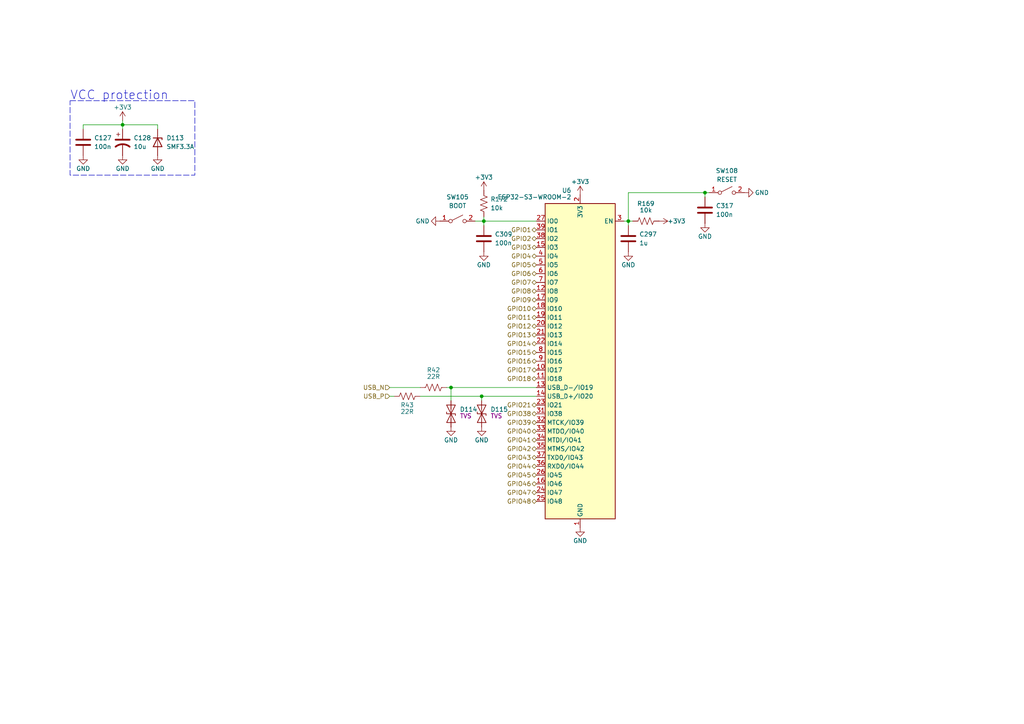
<source format=kicad_sch>
(kicad_sch (version 20250114) (generator "eeschema") (generator_version "9.0")
  (paper "A4")
  (lib_symbols
    (symbol "Device:C" (pin_numbers (hide yes)) (pin_names (offset 0.254))
      (property "Reference" "C" (at 0.635 2.54 0))
      (property "Value" "C" (at 0.635 -2.54 0))
      (symbol "C_0_1"
        (polyline (pts (xy -2.032 0.762) (xy 2.032 0.762)) (stroke (width 0.508)))
        (polyline (pts (xy -2.032 -0.762) (xy 2.032 -0.762)) (stroke (width 0.508)))
      )
      (symbol "C_1_1"
        (pin passive line (at 0 3.81 270) (length 2.794) (name "~") (number "1"))
        (pin passive line (at 0 -3.81 90) (length 2.794) (name "~") (number "2"))
      )
    )
    (symbol "Device:C_Polarized_US" (pin_numbers (hide yes)) (pin_names (offset 0.254) (hide yes))
      (property "Reference" "C" (at 0.635 2.54 0))
      (property "Value" "C_Polarized_US" (at 0.635 -2.54 0))
      (symbol "C_Polarized_US_0_1"
        (polyline (pts (xy -2.032 0.762) (xy 2.032 0.762)) (stroke (width 0.508)))
        (polyline (pts (xy -1.778 2.286) (xy -0.762 2.286)))
        (polyline (pts (xy -1.27 1.778) (xy -1.27 2.794)))
        (arc (start -2.032 -1.27) (mid 0 -0.5572) (end 2.032 -1.27) (stroke (width 0.508)))
      )
      (symbol "C_Polarized_US_1_1"
        (pin passive line (at 0 3.81 270) (length 2.794) (name "~") (number "1"))
        (pin passive line (at 0 -3.81 90) (length 3.302) (name "~") (number "2"))
      )
    )
    (symbol "Device:D_Zener" (pin_numbers (hide yes)) (pin_names (offset 1.016) (hide yes))
      (property "Reference" "D" (at 0 2.54 0))
      (property "Value" "D_Zener" (at 0 -2.54 0))
      (symbol "D_Zener_0_1"
        (polyline (pts (xy -1.27 -1.27) (xy -1.27 1.27) (xy -0.762 1.27)) (stroke (width 0.254)))
        (polyline (pts (xy 1.27 0) (xy -1.27 0)))
        (polyline (pts (xy 1.27 -1.27) (xy 1.27 1.27) (xy -1.27 0) (xy 1.27 -1.27)) (stroke (width 0.254)))
      )
      (symbol "D_Zener_1_1"
        (pin passive line (at -3.81 0 0) (length 2.54) (name "K") (number "1"))
        (pin passive line (at 3.81 0 180) (length 2.54) (name "A") (number "2"))
      )
    )
    (symbol "Device:R_US" (pin_numbers (hide yes)) (pin_names (offset 0))
      (property "Reference" "R" (at 2.54 0 90))
      (property "Value" "R_US" (at -2.54 0 90))
      (symbol "R_US_0_1"
        (polyline (pts (xy 0 2.286) (xy 0 2.54)))
        (polyline (pts (xy 0 2.286) (xy 1.016 1.905) (xy 0 1.524) (xy -1.016 1.143) (xy 0 0.762)))
        (polyline (pts (xy 0 0.762) (xy 1.016 0.381) (xy 0 0) (xy -1.016 -0.381) (xy 0 -0.762)))
        (polyline (pts (xy 0 -0.762) (xy 1.016 -1.143) (xy 0 -1.524) (xy -1.016 -1.905) (xy 0 -2.286)))
        (polyline (pts (xy 0 -2.286) (xy 0 -2.54)))
      )
      (symbol "R_US_1_1"
        (pin passive line (at 0 3.81 270) (length 1.27) (name "~") (number "1"))
        (pin passive line (at 0 -3.81 90) (length 1.27) (name "~") (number "2"))
      )
    )
    (symbol "Diode:SMAJ5.0CA" (pin_numbers (hide yes)) (pin_names (offset 1.016) (hide yes))
      (property "Reference" "D" (at 0 2.54 0))
      (property "Value" "SMAJ5.0CA" (at 0 -2.54 0))
      (symbol "SMAJ5.0CA_0_1"
        (polyline (pts (xy -2.54 -1.27) (xy 0 0) (xy -2.54 1.27) (xy -2.54 -1.27)) (stroke (width 0.2032)))
        (polyline (pts (xy 0.508 1.27) (xy 0 1.27) (xy 0 -1.27) (xy -0.508 -1.27)) (stroke (width 0.2032)))
        (polyline (pts (xy 1.27 0) (xy -1.27 0)))
        (polyline (pts (xy 2.54 1.27) (xy 2.54 -1.27) (xy 0 0) (xy 2.54 1.27)) (stroke (width 0.2032)))
      )
      (symbol "SMAJ5.0CA_1_1"
        (pin passive line (at -3.81 0 0) (length 2.54) (name "A1") (number "1"))
        (pin passive line (at 3.81 0 180) (length 2.54) (name "A2") (number "2"))
      )
    )
    (symbol "RF_Module:ESP32-S3-WROOM-2"
      (property "Reference" "U" (at -10.16 45.72 0))
      (property "Value" "ESP32-S3-WROOM-2" (at 2.54 45.72 0))
      (symbol "ESP32-S3-WROOM-2_0_1"
        (rectangle (start -10.16 45.72) (end 10.16 -45.72) (stroke (width 0.254)) (fill (type background)))
      )
      (symbol "ESP32-S3-WROOM-2_1_1"
        (pin input line (at -12.7 40.64 0) (length 2.54) (name "EN") (number "3"))
        (pin no_connect line (at -10.16 -35.56 0) (length 2.54) (hide yes) (name "NC") (number "28"))
        (pin no_connect line (at -10.16 -38.1 0) (length 2.54) (hide yes) (name "NC") (number "29"))
        (pin no_connect line (at -10.16 -40.64 0) (length 2.54) (hide yes) (name "NC") (number "30"))
        (pin power_in line (at 0 48.26 270) (length 2.54) (name "3V3") (number "2"))
        (pin power_in line (at 0 -48.26 90) (length 2.54) (name "GND") (number "1"))
        (pin passive line (at 0 -48.26 90) (length 2.54) (hide yes) (name "GND") (number "40"))
        (pin passive line (at 0 -48.26 90) (length 2.54) (hide yes) (name "GND") (number "41"))
        (pin bidirectional line (at 12.7 40.64 180) (length 2.54) (name "IO0") (number "27"))
        (pin bidirectional line (at 12.7 38.1 180) (length 2.54) (name "IO1") (number "39"))
        (pin bidirectional line (at 12.7 35.56 180) (length 2.54) (name "IO2") (number "38"))
        (pin bidirectional line (at 12.7 33.02 180) (length 2.54) (name "IO3") (number "15"))
        (pin bidirectional line (at 12.7 30.48 180) (length 2.54) (name "IO4") (number "4"))
        (pin bidirectional line (at 12.7 27.94 180) (length 2.54) (name "IO5") (number "5"))
        (pin bidirectional line (at 12.7 25.4 180) (length 2.54) (name "IO6") (number "6"))
        (pin bidirectional line (at 12.7 22.86 180) (length 2.54) (name "IO7") (number "7"))
        (pin bidirectional line (at 12.7 20.32 180) (length 2.54) (name "IO8") (number "12"))
        (pin bidirectional line (at 12.7 17.78 180) (length 2.54) (name "IO9") (number "17"))
        (pin bidirectional line (at 12.7 15.24 180) (length 2.54) (name "IO10") (number "18"))
        (pin bidirectional line (at 12.7 12.7 180) (length 2.54) (name "IO11") (number "19"))
        (pin bidirectional line (at 12.7 10.16 180) (length 2.54) (name "IO12") (number "20"))
        (pin bidirectional line (at 12.7 7.62 180) (length 2.54) (name "IO13") (number "21"))
        (pin bidirectional line (at 12.7 5.08 180) (length 2.54) (name "IO14") (number "22"))
        (pin bidirectional line (at 12.7 2.54 180) (length 2.54) (name "IO15") (number "8"))
        (pin bidirectional line (at 12.7 0 180) (length 2.54) (name "IO16") (number "9"))
        (pin bidirectional line (at 12.7 -2.54 180) (length 2.54) (name "IO17") (number "10"))
        (pin bidirectional line (at 12.7 -5.08 180) (length 2.54) (name "IO18") (number "11"))
        (pin bidirectional line (at 12.7 -7.62 180) (length 2.54) (name "USB_D-/IO19") (number "13"))
        (pin bidirectional line (at 12.7 -10.16 180) (length 2.54) (name "USB_D+/IO20") (number "14"))
        (pin bidirectional line (at 12.7 -12.7 180) (length 2.54) (name "IO21") (number "23"))
        (pin bidirectional line (at 12.7 -15.24 180) (length 2.54) (name "IO38") (number "31"))
        (pin bidirectional line (at 12.7 -17.78 180) (length 2.54) (name "MTCK/IO39") (number "32"))
        (pin bidirectional line (at 12.7 -20.32 180) (length 2.54) (name "MTDO/IO40") (number "33"))
        (pin bidirectional line (at 12.7 -22.86 180) (length 2.54) (name "MTDI/IO41") (number "34"))
        (pin bidirectional line (at 12.7 -25.4 180) (length 2.54) (name "MTMS/IO42") (number "35"))
        (pin bidirectional line (at 12.7 -27.94 180) (length 2.54) (name "TXD0/IO43") (number "37"))
        (pin bidirectional line (at 12.7 -30.48 180) (length 2.54) (name "RXD0/IO44") (number "36"))
        (pin bidirectional line (at 12.7 -33.02 180) (length 2.54) (name "IO45") (number "26"))
        (pin bidirectional line (at 12.7 -35.56 180) (length 2.54) (name "IO46") (number "16"))
        (pin bidirectional line (at 12.7 -38.1 180) (length 2.54) (name "IO47") (number "24"))
        (pin bidirectional line (at 12.7 -40.64 180) (length 2.54) (name "IO48") (number "25"))
      )
    )
    (symbol "Switch:SW_SPST" (pin_names (offset 0) (hide yes))
      (property "Reference" "SW" (at 0 3.175 0))
      (property "Value" "SW_SPST" (at 0 -2.54 0))
      (symbol "SW_SPST_0_0"
        (circle (center -2.032 0) (radius 0.508))
        (polyline (pts (xy -1.524 0.254) (xy 1.524 1.778)))
        (circle (center 2.032 0) (radius 0.508))
      )
      (symbol "SW_SPST_1_1"
        (pin passive line (at -5.08 0 0) (length 2.54) (name "A") (number "1"))
        (pin passive line (at 5.08 0 180) (length 2.54) (name "B") (number "2"))
      )
    )
    (symbol "power:+3V3" (power) (pin_numbers (hide yes)) (pin_names (offset 0) (hide yes))
      (property "Value" "+3V3" (at 0 3.556 0))
      (symbol "+3V3_0_1"
        (polyline (pts (xy -0.762 1.27) (xy 0 2.54)))
        (polyline (pts (xy 0 2.54) (xy 0.762 1.27)))
        (polyline (pts (xy 0 0) (xy 0 2.54)))
      )
      (symbol "+3V3_1_1"
        (pin power_in line (at 0 0 90) (length 0) (name "~") (number "1"))
      )
    )
    (symbol "power:GND" (power) (pin_numbers (hide yes)) (pin_names (offset 0) (hide yes))
      (property "Value" "GND" (at 0 -3.81 0))
      (symbol "GND_0_1"
        (polyline (pts (xy 0 0) (xy 0 -1.27) (xy 1.27 -1.27) (xy 0 -2.54) (xy -1.27 -1.27) (xy 0 -1.27)))
      )
      (symbol "GND_1_1"
        (pin power_in line (at 0 0 270) (length 0) (name "~") (number "1"))
      )
    )
  )
  (rectangle (start 20.32 29.21) (end 56.515 50.8) (stroke (width 0) (type dash)))
  (text "VCC protection" (at 20.32 29.21 0) (effects (font (size 2.54 2.54)) (justify left bottom)))
  (junction (at 140.335 64.135))
  (junction (at 35.56 36.195))
  (junction (at 182.245 64.135))
  (junction (at 204.47 55.88))
  (junction (at 130.81 112.395))
  (junction (at 139.7 114.935))
  (wire (pts (xy 137.795 64.135) (xy 140.335 64.135)))
  (wire (pts (xy 140.335 62.865) (xy 140.335 64.135)))
  (wire (pts (xy 113.03 114.935) (xy 114.3 114.935)))
  (wire (pts (xy 130.81 112.395) (xy 130.81 116.205)))
  (wire (pts (xy 35.56 34.925) (xy 35.56 36.195)))
  (wire (pts (xy 204.47 55.88) (xy 204.47 57.15)))
  (wire (pts (xy 182.245 64.135) (xy 182.245 65.405)))
  (wire (pts (xy 35.56 36.195) (xy 35.56 37.465)))
  (wire (pts (xy 121.92 114.935) (xy 139.7 114.935)))
  (wire (pts (xy 113.03 112.395) (xy 121.92 112.395)))
  (wire (pts (xy 130.81 112.395) (xy 129.54 112.395)))
  (wire (pts (xy 24.13 36.195) (xy 35.56 36.195)))
  (wire (pts (xy 182.245 55.88) (xy 182.245 64.135)))
  (wire (pts (xy 45.72 37.465) (xy 45.72 36.195)))
  (wire (pts (xy 183.515 64.135) (xy 182.245 64.135)))
  (wire (pts (xy 140.335 64.135) (xy 155.575 64.135)))
  (wire (pts (xy 155.575 112.395) (xy 130.81 112.395)))
  (wire (pts (xy 24.13 36.195) (xy 24.13 37.465)))
  (wire (pts (xy 205.74 55.88) (xy 204.47 55.88)))
  (wire (pts (xy 140.335 64.135) (xy 140.335 65.405)))
  (wire (pts (xy 139.7 114.935) (xy 139.7 116.205)))
  (wire (pts (xy 204.47 55.88) (xy 182.245 55.88)))
  (wire (pts (xy 182.245 64.135) (xy 180.975 64.135)))
  (wire (pts (xy 35.56 36.195) (xy 45.72 36.195)))
  (wire (pts (xy 139.7 114.935) (xy 155.575 114.935)))
  (hierarchical_label "GPIO42" (shape bidirectional) (at 155.575 130.175 180))
  (hierarchical_label "GPIO3" (shape bidirectional) (at 155.575 71.755 180))
  (hierarchical_label "GPIO43" (shape bidirectional) (at 155.575 132.715 180))
  (hierarchical_label "GPIO44" (shape bidirectional) (at 155.575 135.255 180))
  (hierarchical_label "GPIO48" (shape bidirectional) (at 155.575 145.415 180))
  (hierarchical_label "GPIO5" (shape bidirectional) (at 155.575 76.835 180))
  (hierarchical_label "GPIO6" (shape bidirectional) (at 155.575 79.375 180))
  (hierarchical_label "GPIO45" (shape bidirectional) (at 155.575 137.795 180))
  (hierarchical_label "GPIO8" (shape bidirectional) (at 155.575 84.455 180))
  (hierarchical_label "USB_P" (shape input) (at 113.03 114.935 180))
  (hierarchical_label "GPIO9" (shape bidirectional) (at 155.575 86.995 180))
  (hierarchical_label "GPIO11" (shape bidirectional) (at 155.575 92.075 180))
  (hierarchical_label "GPIO14" (shape bidirectional) (at 155.575 99.695 180))
  (hierarchical_label "GPIO15" (shape bidirectional) (at 155.575 102.235 180))
  (hierarchical_label "GPIO2" (shape bidirectional) (at 155.575 69.215 180))
  (hierarchical_label "GPIO18" (shape bidirectional) (at 155.575 109.855 180))
  (hierarchical_label "GPIO10" (shape bidirectional) (at 155.575 89.535 180))
  (hierarchical_label "GPIO17" (shape bidirectional) (at 155.575 107.315 180))
  (hierarchical_label "GPIO13" (shape bidirectional) (at 155.575 97.155 180))
  (hierarchical_label "GPIO7" (shape bidirectional) (at 155.575 81.915 180))
  (hierarchical_label "USB_N" (shape input) (at 113.03 112.395 180))
  (hierarchical_label "GPIO12" (shape bidirectional) (at 155.575 94.615 180))
  (hierarchical_label "GPIO4" (shape bidirectional) (at 155.575 74.295 180))
  (hierarchical_label "GPIO47" (shape bidirectional) (at 155.575 142.875 180))
  (hierarchical_label "GPIO46" (shape bidirectional) (at 155.575 140.335 180))
  (hierarchical_label "GPIO41" (shape bidirectional) (at 155.575 127.635 180))
  (hierarchical_label "GPIO40" (shape bidirectional) (at 155.575 125.095 180))
  (hierarchical_label "GPIO38" (shape bidirectional) (at 155.575 120.015 180))
  (hierarchical_label "GPIO39" (shape bidirectional) (at 155.575 122.555 180))
  (hierarchical_label "GPIO1" (shape bidirectional) (at 155.575 66.675 180))
  (hierarchical_label "GPIO21" (shape bidirectional) (at 155.575 117.475 180))
  (hierarchical_label "GPIO16" (shape bidirectional) (at 155.575 104.775 180))
  (symbol (lib_id "power:GND") (at 24.13 45.085 0) (unit 1)
    (property "Reference" "#PWR0385" (effects (hide yes)))
    (property "Value" "GND" (at 24.13 48.895 0))
    (property "Description" "Power symbol creates a global label with name \"GND\" , ground" (effects (hide yes)))
    (instances (project "Schematics and PCB" (path "" (reference "#PWR0385") (unit 1)) (path "" (reference "#PWR0511") (unit 1)) (path "" (reference "#PWR0394") (unit 1))))
  )
  (symbol (lib_id "power:GND") (at 182.245 73.025 0) (unit 1)
    (property "Reference" "#PWR0735" (effects (hide yes)))
    (property "Value" "GND" (at 182.245 76.835 0))
    (instances (project "Schematics and PCB" (path "" (reference "#PWR0735") (unit 1)) (path "" (reference "#PWR0737") (unit 1)) (path "" (reference "#PWR0736") (unit 1))))
  )
  (symbol (lib_id "Device:R_US") (at 118.11 114.935 270) (unit 1)
    (property "Reference" "R43" (at 118.11 117.475 90))
    (property "Value" "22R" (at 118.11 119.38 90))
    (property "Footprint" "Resistor_SMD:R_0603_1608Metric" (effects (hide yes)))
    (property "Description" "Resistor, US symbol" (effects (hide yes)))
    (instances (project "Schematics and PCB" (path "" (reference "R43") (unit 1)) (path "" (reference "R86") (unit 1)) (path "" (reference "R45") (unit 1))))
  )
  (symbol (lib_id "Device:C") (at 204.47 60.96 0) (unit 1)
    (property "Reference" "C317" (at 207.645 59.69 0) (effects (justify left)))
    (property "Value" "100n" (at 207.645 62.23 0) (effects (justify left)))
    (property "Footprint" "Capacitor_SMD:C_0603_1608Metric" (effects (hide yes)))
    (property "Description" "Unpolarized capacitor" (effects (hide yes)))
    (instances (project "Schematics and PCB" (path "" (reference "C317") (unit 1)) (path "" (reference "C323") (unit 1)) (path "" (reference "C321") (unit 1))))
  )
  (symbol (lib_id "power:GND") (at 168.275 153.035 0) (mirror y) (unit 1)
    (property "Reference" "#PWR0392" (effects (hide yes)))
    (property "Value" "GND" (at 168.275 156.845 0))
    (property "Description" "Power symbol creates a global label with name \"GND\" , ground" (effects (hide yes)))
    (instances (project "Schematics and PCB" (path "" (reference "#PWR0392") (unit 1)) (path "" (reference "#PWR0518") (unit 1)) (path "" (reference "#PWR0401") (unit 1))))
  )
  (symbol (lib_id "Diode:SMAJ5.0CA") (at 130.81 120.015 90) (unit 1)
    (property "Reference" "D114" (at 133.35 118.745 90) (effects (justify right)))
    (property "Value" "LESD5D5.0CT1G" (effects (hide yes)))
    (property "Footprint" "Diode_SMD:D_SOD-523" (effects (hide yes)))
    (property "Description" "TVS" (at 133.35 120.65 90) (effects (justify right)))
    (instances (project "Schematics and PCB" (path "" (reference "D114") (unit 1)) (path "" (reference "D129") (unit 1)) (path "" (reference "D117") (unit 1))))
  )
  (symbol (lib_id "Device:R_US") (at 140.335 59.055 180) (unit 1)
    (property "Reference" "R172" (at 142.24 57.785 0) (effects (justify right)))
    (property "Value" "10k" (at 142.24 60.325 0) (effects (justify right)))
    (property "Footprint" "Resistor_SMD:R_0603_1608Metric" (effects (hide yes)))
    (property "Description" "Resistor, US symbol" (effects (hide yes)))
    (instances (project "Schematics and PCB" (path "" (reference "R172") (unit 1)) (path "" (reference "R174") (unit 1)) (path "" (reference "R173") (unit 1))))
  )
  (symbol (lib_id "power:GND") (at 127.635 64.135 270) (unit 1)
    (property "Reference" "#PWR0766" (effects (hide yes)))
    (property "Value" "GND" (at 122.555 64.135 90))
    (instances (project "Schematics and PCB" (path "" (reference "#PWR0766") (unit 1)) (path "" (reference "#PWR0780") (unit 1)) (path "" (reference "#PWR0773") (unit 1))))
  )
  (symbol (lib_id "power:+3V3") (at 35.56 34.925 0) (unit 1)
    (property "Reference" "#PWR0384" (effects (hide yes)))
    (property "Value" "+3V3" (at 35.56 31.115 0))
    (property "Description" "Power symbol creates a global label with name \"+3V3\"" (effects (hide yes)))
    (instances (project "Schematics and PCB" (path "" (reference "#PWR0384") (unit 1)) (path "" (reference "#PWR0510") (unit 1)) (path "" (reference "#PWR0393") (unit 1))))
  )
  (symbol (lib_id "Device:R_US") (at 125.73 112.395 90) (unit 1)
    (property "Reference" "R42" (at 125.73 107.315 90))
    (property "Value" "22R" (at 125.73 109.22 90))
    (property "Footprint" "Resistor_SMD:R_0603_1608Metric" (effects (hide yes)))
    (property "Description" "Resistor, US symbol" (effects (hide yes)))
    (instances (project "Schematics and PCB" (path "" (reference "R42") (unit 1)) (path "" (reference "R85") (unit 1)) (path "" (reference "R44") (unit 1))))
  )
  (symbol (lib_id "power:GND") (at 215.9 55.88 90) (unit 1)
    (property "Reference" "#PWR0792" (effects (hide yes)))
    (property "Value" "GND" (at 220.98 55.88 90))
    (instances (project "Schematics and PCB" (path "" (reference "#PWR0792") (unit 1)) (path "" (reference "#PWR0794") (unit 1)) (path "" (reference "#PWR0793") (unit 1))))
  )
  (symbol (lib_id "power:GND") (at 204.47 64.77 0) (unit 1)
    (property "Reference" "#PWR0795" (effects (hide yes)))
    (property "Value" "GND" (at 204.47 68.58 0))
    (instances (project "Schematics and PCB" (path "" (reference "#PWR0795") (unit 1)) (path "" (reference "#PWR0797") (unit 1)) (path "" (reference "#PWR0796") (unit 1))))
  )
  (symbol (lib_id "power:GND") (at 45.72 45.085 0) (unit 1)
    (property "Reference" "#PWR0387" (effects (hide yes)))
    (property "Value" "GND" (at 45.72 48.895 0))
    (property "Description" "Power symbol creates a global label with name \"GND\" , ground" (effects (hide yes)))
    (instances (project "Schematics and PCB" (path "" (reference "#PWR0387") (unit 1)) (path "" (reference "#PWR0513") (unit 1)) (path "" (reference "#PWR0396") (unit 1))))
  )
  (symbol (lib_id "Device:C") (at 140.335 69.215 0) (unit 1)
    (property "Reference" "C309" (at 143.51 67.945 0) (effects (justify left)))
    (property "Value" "100n" (at 143.51 70.485 0) (effects (justify left)))
    (property "Footprint" "Capacitor_SMD:C_0603_1608Metric" (effects (hide yes)))
    (property "Description" "Unpolarized capacitor" (effects (hide yes)))
    (instances (project "Schematics and PCB" (path "" (reference "C309") (unit 1)) (path "" (reference "C315") (unit 1)) (path "" (reference "C311") (unit 1))))
  )
  (symbol (lib_id "Device:C") (at 24.13 41.275 0) (unit 1)
    (property "Reference" "C127" (at 27.305 40.005 0) (effects (justify left)))
    (property "Value" "100n" (at 27.305 42.545 0) (effects (justify left)))
    (property "Footprint" "Capacitor_SMD:C_0603_1608Metric" (effects (hide yes)))
    (property "Description" "Unpolarized capacitor" (effects (hide yes)))
    (instances (project "Schematics and PCB" (path "" (reference "C127") (unit 1)) (path "" (reference "C185") (unit 1)) (path "" (reference "C129") (unit 1))))
  )
  (symbol (lib_id "Switch:SW_SPST") (at 132.715 64.135 0) (unit 1)
    (property "Reference" "SW105" (at 132.715 57.15 0))
    (property "Value" "BOOT" (at 132.715 59.69 0))
    (property "Footprint" "ESC-TFG-KiCad:SPDT" (effects (hide yes)))
    (property "Description" "Single Pole Single Throw (SPST) switch" (effects (hide yes)))
    (instances (project "" (path "" (reference "SW105") (unit 1)) (path "" (reference "SW107") (unit 1)) (path "" (reference "SW106") (unit 1))))
  )
  (symbol (lib_id "power:+3V3") (at 168.275 56.515 0) (mirror y) (unit 1)
    (property "Reference" "#PWR0388" (effects (hide yes)))
    (property "Value" "+3V3" (at 168.275 52.705 0))
    (property "Description" "Power symbol creates a global label with name \"+3V3\"" (effects (hide yes)))
    (instances (project "Schematics and PCB" (path "" (reference "#PWR0388") (unit 1)) (path "" (reference "#PWR0514") (unit 1)) (path "" (reference "#PWR0397") (unit 1))))
  )
  (symbol (lib_id "Device:C") (at 182.245 69.215 0) (unit 1)
    (property "Reference" "C297" (at 185.42 67.945 0) (effects (justify left)))
    (property "Value" "1u" (at 185.42 70.485 0) (effects (justify left)))
    (property "Footprint" "Capacitor_SMD:C_0603_1608Metric" (effects (hide yes)))
    (property "Description" "Unpolarized capacitor" (effects (hide yes)))
    (instances (project "Schematics and PCB" (path "" (reference "C297") (unit 1)) (path "" (reference "C299") (unit 1)) (path "" (reference "C298") (unit 1))))
  )
  (symbol (lib_id "Device:R_US") (at 187.325 64.135 90) (unit 1)
    (property "Reference" "R169" (at 187.325 59.055 90))
    (property "Value" "10k" (at 187.325 60.96 90))
    (property "Footprint" "Resistor_SMD:R_0603_1608Metric" (effects (hide yes)))
    (property "Description" "Resistor, US symbol" (effects (hide yes)))
    (instances (project "Schematics and PCB" (path "" (reference "R169") (unit 1)) (path "" (reference "R171") (unit 1)) (path "" (reference "R170") (unit 1))))
  )
  (symbol (lib_id "Switch:SW_SPST") (at 210.82 55.88 0) (unit 1)
    (property "Reference" "SW108" (at 210.82 49.53 0))
    (property "Value" "RESET" (at 210.82 52.07 0))
    (property "Footprint" "ESC-TFG-KiCad:SPDT" (effects (hide yes)))
    (property "Description" "Single Pole Single Throw (SPST) switch" (effects (hide yes)))
    (instances (project "Schematics and PCB" (path "" (reference "SW108") (unit 1)) (path "" (reference "SW110") (unit 1)) (path "" (reference "SW109") (unit 1))))
  )
  (symbol (lib_id "Device:D_Zener") (at 45.72 41.275 270) (unit 1)
    (property "Reference" "D113" (at 48.26 40.005 90) (effects (justify left)))
    (property "Value" "SMF3.3A" (at 48.26 42.545 90) (effects (justify left)))
    (property "Footprint" "Diode_SMD:D_SMA" (effects (hide yes)))
    (property "Description" "Zener diode" (effects (hide yes)))
    (instances (project "Schematics and PCB" (path "" (reference "D113") (unit 1)) (path "" (reference "D128") (unit 1)) (path "" (reference "D116") (unit 1))))
  )
  (symbol (lib_id "Diode:SMAJ5.0CA") (at 139.7 120.015 90) (unit 1)
    (property "Reference" "D115" (at 142.24 118.745 90) (effects (justify right)))
    (property "Value" "LESD5D5.0CT1G" (effects (hide yes)))
    (property "Footprint" "Diode_SMD:D_SOD-523" (effects (hide yes)))
    (property "Description" "TVS" (at 142.24 120.65 90) (effects (justify right)))
    (instances (project "Schematics and PCB" (path "" (reference "D115") (unit 1)) (path "" (reference "D130") (unit 1)) (path "" (reference "D118") (unit 1))))
  )
  (symbol (lib_id "power:+3V3") (at 191.135 64.135 270) (mirror x) (unit 1)
    (property "Reference" "#PWR0389" (effects (hide yes)))
    (property "Value" "+3V3" (at 196.215 64.135 90))
    (property "Description" "Power symbol creates a global label with name \"+3V3\"" (effects (hide yes)))
    (instances (project "Schematics and PCB" (path "" (reference "#PWR0389") (unit 1)) (path "" (reference "#PWR0515") (unit 1)) (path "" (reference "#PWR0398") (unit 1))))
  )
  (symbol (lib_id "power:GND") (at 130.81 123.825 0) (unit 1)
    (property "Reference" "#PWR0390" (effects (hide yes)))
    (property "Value" "GND" (at 130.81 127.635 0))
    (instances (project "Schematics and PCB" (path "" (reference "#PWR0390") (unit 1)) (path "" (reference "#PWR0516") (unit 1)) (path "" (reference "#PWR0399") (unit 1))))
  )
  (symbol (lib_id "power:GND") (at 35.56 45.085 0) (unit 1)
    (property "Reference" "#PWR0386" (effects (hide yes)))
    (property "Value" "GND" (at 35.56 48.895 0))
    (property "Description" "Power symbol creates a global label with name \"GND\" , ground" (effects (hide yes)))
    (instances (project "Schematics and PCB" (path "" (reference "#PWR0386") (unit 1)) (path "" (reference "#PWR0512") (unit 1)) (path "" (reference "#PWR0395") (unit 1))))
  )
  (symbol (lib_id "Device:C_Polarized_US") (at 35.56 41.275 0) (unit 1)
    (property "Reference" "C128" (at 38.735 40.005 0) (effects (justify left)))
    (property "Value" "10u" (at 38.735 42.545 0) (effects (justify left)))
    (property "Footprint" "Capacitor_SMD:C_Elec_4x5.4" (effects (hide yes)))
    (property "Description" "Polarized capacitor, US symbol" (effects (hide yes)))
    (instances (project "Schematics and PCB" (path "" (reference "C128") (unit 1)) (path "" (reference "C186") (unit 1)) (path "" (reference "C130") (unit 1))))
  )
  (symbol (lib_id "power:+3V3") (at 140.335 55.245 0) (mirror y) (unit 1)
    (property "Reference" "#PWR0798" (effects (hide yes)))
    (property "Value" "+3V3" (at 140.335 51.435 0))
    (property "Description" "Power symbol creates a global label with name \"+3V3\"" (effects (hide yes)))
    (instances (project "Schematics and PCB" (path "" (reference "#PWR0798") (unit 1)) (path "" (reference "#PWR0800") (unit 1)) (path "" (reference "#PWR0799") (unit 1))))
  )
  (symbol (lib_id "RF_Module:ESP32-S3-WROOM-2") (at 168.275 104.775 0) (mirror y) (unit 1)
    (property "Reference" "U6" (at 165.735 55.245 0) (effects (justify left)))
    (property "Value" "ESP32-S3-WROOM-2" (at 165.735 57.15 0) (effects (justify left)))
    (property "Footprint" "RF_Module:ESP32-S3-WROOM-2" (effects (hide yes)))
    (property "Datasheet" "https://www.espressif.com/sites/default/files/documentation/esp32-s3-wroom-2_datasheet_en.pdf" (effects (hide yes)))
    (property "Description" "RF Module, 2.4 GHz, Wi­-Fi, Bluetooth, BLE, ESP32­-S3R8V" (effects (hide yes)))
    (instances (project "Schematics and PCB" (path "" (reference "U6") (unit 1)) (path "" (reference "U16") (unit 1)) (path "" (reference "U7") (unit 1))))
  )
  (symbol (lib_id "power:GND") (at 140.335 73.025 0) (unit 1)
    (property "Reference" "#PWR0789" (effects (hide yes)))
    (property "Value" "GND" (at 140.335 76.835 0))
    (instances (project "Schematics and PCB" (path "" (reference "#PWR0789") (unit 1)) (path "" (reference "#PWR0791") (unit 1)) (path "" (reference "#PWR0790") (unit 1))))
  )
  (symbol (lib_id "power:GND") (at 139.7 123.825 0) (unit 1)
    (property "Reference" "#PWR0391" (effects (hide yes)))
    (property "Value" "GND" (at 139.7 127.635 0))
    (instances (project "Schematics and PCB" (path "" (reference "#PWR0391") (unit 1)) (path "" (reference "#PWR0517") (unit 1)) (path "" (reference "#PWR0400") (unit 1))))
  )
)
</source>
